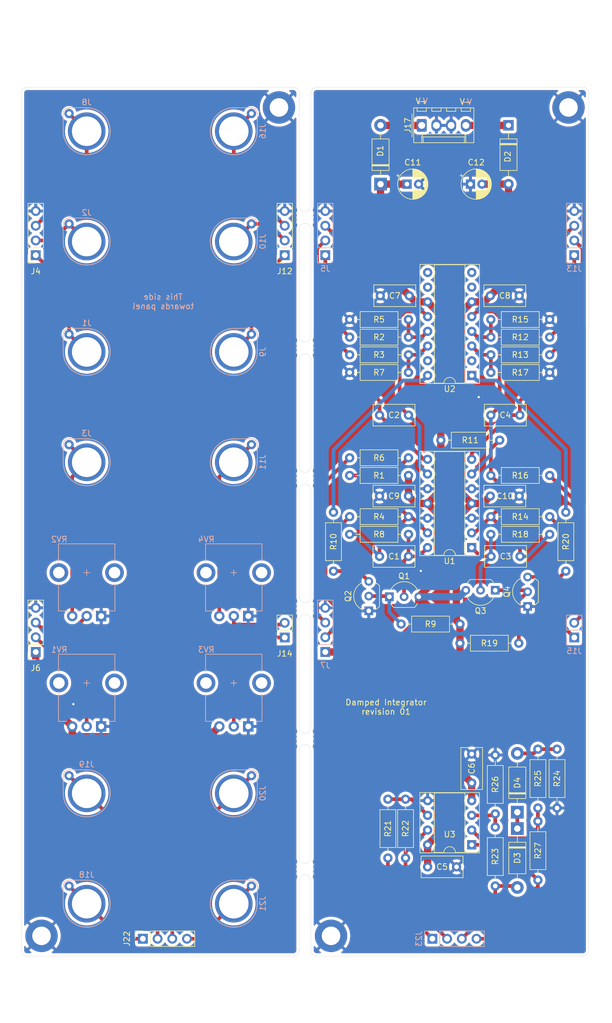
<source format=kicad_pcb>
(kicad_pcb (version 20211014) (generator pcbnew)
  (title_block (title "Damped Integrator and extras") (date "2022-06-17") (rev "r01") (comment 2 "creativecommons.org/licenses/by/4.0/") (comment 3 "License: CC BY 4.0") (comment 4 "Author: Guy John"))
  (layers (0 "F.Cu" signal) (31 "B.Cu" signal) (36 "B.SilkS" user "B.Silkscreen") (37 "F.SilkS" user "F.Silkscreen") (38 "B.Mask" user) (39 "F.Mask" user) (44 "Edge.Cuts" user))
  (net 0 "")
  (net 1 "Net-(C1-Pad1)")
  (net 2 "Net-(C1-Pad2)")
  (net 3 "Net-(C2-Pad1)")
  (net 4 "/I1_Output_Main")
  (net 5 "Net-(C3-Pad1)")
  (net 6 "Net-(C3-Pad2)")
  (net 7 "/I2_Output_Main")
  (net 8 "+12V")
  (net 9 "GND")
  (net 10 "-12V")
  (net 11 "Net-(D1-Pad2)")
  (net 12 "Net-(D2-Pad1)")
  (net 13 "Net-(D3-Pad1)")
  (net 14 "/Extras/NonLinearity_Input_Main")
  (net 15 "Net-(D4-Pad2)")
  (net 16 "/I1_InputNeg_Ctrl")
  (net 17 "/I1_InputPos_Ctrl")
  (net 18 "Net-(J3-Pad1)")
  (net 19 "/I1_Output_Ctrl")
  (net 20 "/I1_InputNeg_Main")
  (net 21 "/I1_InputPos_Main")
  (net 22 "/I1_Damping_Ctrl")
  (net 23 "/I1_DampingCV_Ctrl")
  (net 24 "/I1_Damping_Main")
  (net 25 "/I1_DampingCV_Main")
  (net 26 "/I2_InputNeg_Ctrl")
  (net 27 "/I2_InputPos_Ctrl")
  (net 28 "Net-(J11-Pad1)")
  (net 29 "/I2_Output_Ctrl")
  (net 30 "/I2_InputNeg_Main")
  (net 31 "/I2_InputPos_Main")
  (net 32 "/I2_Damping_Ctrl")
  (net 33 "/I2_DampingCV_Ctrl")
  (net 34 "/I2_Damping_Main")
  (net 35 "/I2_DampingCV_Main")
  (net 36 "/Extras/Inverter_Input_Ctrl")
  (net 37 "/Extras/Inverter_Output_Ctrl")
  (net 38 "/Extras/NonLinearity_Input_Ctrl")
  (net 39 "/Extras/NonLinearity_Output_Ctrl")
  (net 40 "/Extras/Inverter_Input_Main")
  (net 41 "/Extras/Inverter_Output_Main")
  (net 42 "/Extras/NonLinearity_Output_Main")
  (net 43 "Net-(Q1-Pad1)")
  (net 44 "Net-(Q2-Pad3)")
  (net 45 "Net-(Q3-Pad1)")
  (net 46 "Net-(Q4-Pad3)")
  (net 47 "Net-(R3-Pad2)")
  (net 48 "Net-(R10-Pad2)")
  (net 49 "Net-(R12-Pad2)")
  (net 50 "Net-(R13-Pad2)")
  (net 51 "Net-(R21-Pad2)")
  (net 52 "Net-(R23-Pad1)")
  (net 53 "Net-(R25-Pad2)")
  (net 60 "Net-(C4-Pad1)")
  (net 61 "Net-(R2-Pad2)")
  (net 62 "Net-(R20-Pad2)")
  (footprint "Rumblesan_Footprints:Resistor_THT_L6.3mm_D2.5mm_P10.16mm_Horizontal" (layer "F.Cu") (at 99.314 163.068 90)
    (fp_text reference "R21")
    (fp_text value "10k")
  )
  (footprint "Package_TO_SOT_THT:TO-92_Inline_Wide" (layer "F.Cu") (at 96.012 120.396 90)
    (fp_text reference "Q2")
    (fp_text value "2N3906")
  )
  (footprint "Package_TO_SOT_THT:TO-92_Inline_Wide" (layer "F.Cu") (at 117.856 116.84 180)
    (fp_text reference "Q3")
    (fp_text value "2N3904")
  )
  (footprint "Rumblesan_Footprints:C_Rect_L7.0mm_W3.5mm_P5.00mm" (layer "F.Cu") (at 106.172 164.592)
    (fp_text reference "C5")
    (fp_text value "100nF")
  )
  (footprint "Rumblesan_Footprints:Resistor_THT_L6.3mm_D2.5mm_P10.16mm_Horizontal" (layer "F.Cu") (at 102.362 152.908 -90)
    (fp_text reference "R22")
    (fp_text value "10k")
  )
  (footprint "Rumblesan_Footprints:Resistor_THT_L6.3mm_D2.5mm_P10.16mm_Horizontal" (layer "F.Cu") (at 108.458 90.932)
    (fp_text reference "R11")
    (fp_text value "270k")
  )
  (footprint "MountingHole:MountingHole_3.2mm_M3_DIN965_Pad" (layer "F.Cu") (at 89.5 176.5)
    (fp_text reference "H3" hide)
    (fp_text value "MountingHole_Pad" hide)
  )
  (footprint "MountingHole:MountingHole_3.2mm_M3_DIN965_Pad" (layer "F.Cu") (at 80.5 33.5)
    (fp_text reference "H2" hide)
    (fp_text value "MountingHole_Pad" hide)
  )
  (footprint "Rumblesan_Footprints:Resistor_THT_L6.3mm_D2.5mm_P10.16mm_Horizontal" (layer "F.Cu") (at 92.71 107.188)
    (fp_text reference "R8")
    (fp_text value "2k")
  )
  (footprint "Panelization:mouse-bite-2mm-slot" (layer "F.Cu") (at 85 97.5 90)
    (fp_text reference "H8" hide)
    (fp_text value "MouseBite" hide)
  )
  (footprint "Rumblesan_Footprints:DIP-16_W7.62mm_Socket" (layer "F.Cu") (at 113.8 79.766 180)
    (fp_text reference "U2")
    (fp_text value "LM13700")
  )
  (footprint "Connector_PinSocket_2.54mm:PinSocket_1x02_P2.54mm_Vertical" (layer "F.Cu") (at 81.5 125 180)
    (fp_text reference "J14")
    (fp_text value "I2_Damping_Ctrl")
  )
  (footprint "Rumblesan_Footprints:Resistor_THT_L6.3mm_D2.5mm_P10.16mm_Horizontal" (layer "F.Cu") (at 92.71 93.98)
    (fp_text reference "R6")
    (fp_text value "100k")
  )
  (footprint "Panelization:mouse-bite-2mm-slot" (layer "F.Cu") (at 85 75 90)
    (fp_text reference "H10" hide)
    (fp_text value "MouseBite" hide)
  )
  (footprint "Rumblesan_Footprints:C_Rect_L7.0mm_W3.5mm_P5.00mm" (layer "F.Cu") (at 122.134 110.998 180)
    (fp_text reference "C3")
    (fp_text value "100pF")
  )
  (footprint "Rumblesan_Footprints:Resistor_THT_L6.3mm_D2.5mm_P10.16mm_Horizontal" (layer "F.Cu") (at 121.92 125.984 180)
    (fp_text reference "R19")
    (fp_text value "100k")
  )
  (footprint "Rumblesan_Footprints:D_DO-41_SOD81_P10.16mm_Horizontal" (layer "F.Cu") (at 121.666 155.16 90)
    (fp_text reference "D4")
    (fp_text value "4v3")
  )
  (footprint "Rumblesan_Footprints:Resistor_THT_L6.3mm_D2.5mm_P10.16mm_Horizontal" (layer "F.Cu") (at 92.71 104.14)
    (fp_text reference "R4")
    (fp_text value "100k")
  )
  (footprint "Rumblesan_Footprints:Resistor_THT_L6.3mm_D2.5mm_P10.16mm_Horizontal" (layer "F.Cu") (at 89.916 113.538 90)
    (fp_text reference "R10")
    (fp_text value "10k")
  )
  (footprint "Rumblesan_Footprints:Resistor_THT_L6.3mm_D2.5mm_P10.16mm_Horizontal" (layer "F.Cu") (at 102.87 97.028 180)
    (fp_text reference "R1")
    (fp_text value "270k")
  )
  (footprint "Rumblesan_Footprints:Resistor_THT_L6.3mm_D2.5mm_P10.16mm_Horizontal" (layer "F.Cu") (at 127.254 104.14 180)
    (fp_text reference "R14")
    (fp_text value "100k")
  )
  (footprint "Panelization:mouse-bite-2mm-slot" (layer "F.Cu") (at 85 165 90)
    (fp_text reference "H6" hide)
    (fp_text value "MouseBite" hide)
  )
  (footprint "Rumblesan_Footprints:D_DO-41_SOD81_P10.16mm_Horizontal" (layer "F.Cu") (at 121.666 157.988 -90)
    (fp_text reference "D3")
    (fp_text value "4v3")
  )
  (footprint "Rumblesan_Footprints:Resistor_THT_L6.3mm_D2.5mm_P10.16mm_Horizontal" (layer "F.Cu") (at 127.254 107.188 180)
    (fp_text reference "R18")
    (fp_text value "2k")
  )
  (footprint "Rumblesan_Footprints:D_DO-41_SOD81_P10.16mm_Horizontal" (layer "F.Cu") (at 98.044 46.736 90)
    (fp_text reference "D1")
    (fp_text value "1N5818")
  )
  (footprint "Rumblesan_Footprints:Resistor_THT_L6.3mm_D2.5mm_P10.16mm_Horizontal" (layer "F.Cu") (at 127.254 70.104 180)
    (fp_text reference "R15")
    (fp_text value "220r")
  )
  (footprint "Rumblesan_Footprints:Resistor_THT_L6.3mm_D2.5mm_P10.16mm_Horizontal" (layer "F.Cu") (at 92.71 73.152)
    (fp_text reference "R2")
    (fp_text value "100k")
  )
  (footprint "Rumblesan_Footprints:C_Rect_L7.0mm_W3.5mm_P5.00mm" (layer "F.Cu") (at 122 100.584 180)
    (fp_text reference "C10")
    (fp_text value "100nF")
  )
  (footprint "Capacitor_THT:CP_Radial_D5.0mm_P2.00mm" (layer "F.Cu") (at 113.57 46.736)
    (fp_text reference "C12")
    (fp_text value "1uF")
  )
  (footprint "Panelization:mouse-bite-2mm-slot" (layer "F.Cu") (at 85 120 90)
    (fp_text reference "H7" hide)
    (fp_text value "MouseBite" hide)
  )
  (footprint "Rumblesan_Footprints:DIP-8_W7.62mm_Socket" (layer "F.Cu") (at 113.792 160.782 180)
    (fp_text reference "U3")
    (fp_text value "TL072")
  )
  (footprint "Rumblesan_Footprints:Resistor_THT_L6.3mm_D2.5mm_P10.16mm_Horizontal" (layer "F.Cu") (at 92.71 70.104)
    (fp_text reference "R5")
    (fp_text value "220r")
  )
  (footprint "Connector_PinSocket_2.54mm:PinSocket_1x04_P2.54mm_Vertical" (layer "F.Cu") (at 57 177 90)
    (fp_text reference "J22")
    (fp_text value "Extras_Ctrl")
  )
  (footprint "Panelization:mouse-bite-2mm-slot" (layer "F.Cu") (at 85 142.5 90)
    (fp_text reference "H5" hide)
    (fp_text value "MouseBite" hide)
  )
  (footprint "Rumblesan_Footprints:Resistor_THT_L6.3mm_D2.5mm_P10.16mm_Horizontal" (layer "F.Cu") (at 127.254 73.152 180)
    (fp_text reference "R12")
    (fp_text value "100k")
  )
  (footprint "Rumblesan_Footprints:C_Rect_L7.0mm_W3.5mm_P5.00mm" (layer "F.Cu") (at 102.87 100.584 180)
    (fp_text reference "C9")
    (fp_text value "100nF")
  )
  (footprint "Rumblesan_Footprints:C_Rect_L7.0mm_W3.5mm_P5.00mm" (layer "F.Cu") (at 122 66 180)
    (fp_text reference "C8")
    (fp_text value "100nF")
  )
  (footprint "Connector_PinSocket_2.54mm:PinSocket_1x04_P2.54mm_Vertical" (layer "F.Cu") (at 81.5 59 180)
    (fp_text reference "J12")
    (fp_text value "I2_IO_Ctrl")
  )
  (footprint "Rumblesan_Footprints:Resistor_THT_L6.3mm_D2.5mm_P10.16mm_Horizontal" (layer "F.Cu") (at 92.71 79.248)
    (fp_text reference "R7")
    (fp_text value "220r")
  )
  (footprint "Rumblesan_Footprints:4u_Power_Molex_KK-254_P2.54mm" (layer "F.Cu") (at 105.156 36.596)
    (fp_text reference "J17")
    (fp_text value "4U_Power")
  )
  (footprint "Rumblesan_Footprints:Resistor_THT_L6.3mm_D2.5mm_P10.16mm_Horizontal" (layer "F.Cu") (at 127.254 79.248 180)
    (fp_text reference "R17")
    (fp_text value "220r")
  )
  (footprint "Package_TO_SOT_THT:TO-92_Inline_Wide" (layer "F.Cu") (at 123.444 119.634 90)
    (fp_text reference "Q4")
    (fp_text value "2N3906")
  )
  (footprint "Rumblesan_Footprints:Resistor_THT_L6.3mm_D2.5mm_P10.16mm_Horizontal" (layer "F.Cu") (at 117.856 157.734 -90)
    (fp_text reference "R23")
    (fp_text value "390k")
  )
  (footprint "Rumblesan_Footprints:Resistor_THT_L6.3mm_D2.5mm_P10.16mm_Horizontal" (layer "F.Cu") (at 127.254 76.2 180)
    (fp_text reference "R13")
    (fp_text value "100k")
  )
  (footprint "MountingHole:MountingHole_3.2mm_M3_DIN965_Pad" (layer "F.Cu") (at 130.5 33.5)
    (fp_text reference "H4" hide)
    (fp_text value "MountingHole_Pad" hide)
  )
  (footprint "Rumblesan_Footprints:C_Rect_L7.0mm_W3.5mm_P5.00mm" (layer "F.Cu") (at 103 66 180)
    (fp_text reference "C7")
    (fp_text value "100nF")
  )
  (footprint "Rumblesan_Footprints:Resistor_THT_L6.3mm_D2.5mm_P10.16mm_Horizontal" (layer "F.Cu") (at 130.048 113.538 90)
    (fp_text reference "R20")
    (fp_text value "10k")
  )
  (footprint "Rumblesan_Footprints:C_Rect_L7.0mm_W3.5mm_P5.00mm" (layer "F.Cu") (at 102.87 86.614 180)
    (fp_text reference "C2")
    (fp_text value "1nF")
  )
  (footprint "Rumblesan_Footprints:Resistor_THT_L6.3mm_D2.5mm_P10.16mm_Horizontal" (layer "F.Cu") (at 117.856 155.448 90)
    (fp_text reference "R26")
    (fp_text value "100k")
  )
  (footprint "Connector_PinSocket_2.54mm:PinSocket_1x04_P2.54mm_Vertical" (layer "F.Cu") (at 38.5 59 180)
    (fp_text reference "J4")
    (fp_text value "I1_IO_Ctrl")
  )
  (footprint "Rumblesan_Footprints:C_Rect_L7.0mm_W3.5mm_P5.00mm" (layer "F.Cu") (at 113.792 145.114 -90)
    (fp_text reference "C6")
    (fp_text value "100nF")
  )
  (footprint "MountingHole:MountingHole_3.2mm_M3_DIN965_Pad" (layer "F.Cu") (at 39.5 176.5)
    (fp_text reference "H1" hide)
    (fp_text value "MountingHole_Pad" hide)
  )
  (footprint "Rumblesan_Footprints:Resistor_THT_L6.3mm_D2.5mm_P10.16mm_Horizontal" (layer "F.Cu") (at 92.71 76.2)
    (fp_text reference "R3")
    (fp_text value "100k")
  )
  (footprint "Rumblesan_Footprints:Resistor_THT_L6.3mm_D2.5mm_P10.16mm_Horizontal" (layer "F.Cu") (at 128.524 144.272 -90)
    (fp_text reference "R24")
    (fp_text value "2k2")
  )
  (footprint "Rumblesan_Footprints:Resistor_THT_L6.3mm_D2.5mm_P10.16mm_Horizontal" (layer "F.Cu") (at 101.6 122.682)
    (fp_text reference "R9")
    (fp_text value "100k")
  )
  (footprint "Rumblesan_Footprints:Resistor_THT_L6.3mm_D2.5mm_P10.16mm_Horizontal" (layer "F.Cu") (at 125.222 156.718 -90)
    (fp_text reference "R27")
    (fp_text value "100k")
  )
  (footprint "Rumblesan_Footprints:Resistor_THT_L6.3mm_D2.5mm_P10.16mm_Horizontal" (layer "F.Cu") (at 127.254 97.028 180)
    (fp_text reference "R16")
    (fp_text value "100k")
  )
  (footprint "Capacitor_THT:CP_Radial_D5.0mm_P2.00mm" (layer "F.Cu") (at 102.616 46.736)
    (fp_text reference "C11")
    (fp_text value "1uF")
  )
  (footprint "Panelization:mouse-bite-2mm-slot" (layer "F.Cu") (at 85 52.5 90)
    (fp_text reference "H9" hide)
    (fp_text value "MouseBite" hide)
  )
  (footprint "Rumblesan_Footprints:Diode_THT_P10.16mm_Horizontal" (layer "F.Cu") (at 120.142 36.576 -90)
    (fp_text reference "D2")
    (fp_text value "1N5818")
  )
  (footprint "Rumblesan_Footprints:C_Rect_L7.0mm_W3.5mm_P5.00mm" (layer "F.Cu") (at 117.094 86.614)
    (fp_text reference "C4")
    (fp_text value "1nF")
  )
  (footprint "Rumblesan_Footprints:C_Rect_L7.0mm_W3.5mm_P5.00mm" (layer "F.Cu") (at 97.87 110.998)
    (fp_text reference "C1")
    (fp_text value "100pF")
  )
  (footprint "Package_TO_SOT_THT:TO-92_Inline_Wide" (layer "F.Cu") (at 99.568 117.962)
    (fp_text reference "Q1")
    (fp_text value "2N3904")
  )
  (footprint "Rumblesan_Footprints:DIP-14_W7.62mm_Socket" (layer "F.Cu") (at 113.782 109.479 180)
    (fp_text reference "U1")
    (fp_text value "TL074")
  )
  (footprint "Rumblesan_Footprints:Resistor_THT_L6.3mm_D2.5mm_P10.16mm_Horizontal" (layer "F.Cu") (at 125.222 144.272 -90)
    (fp_text reference "R25")
    (fp_text value "27k")
  )
  (footprint "Connector_PinSocket_2.54mm:PinSocket_1x04_P2.54mm_Vertical" (layer "F.Cu") (at 38.5 127.5 180)
    (fp_text reference "J6")
    (fp_text value "I1_Damping_Ctrl")
  )
  (footprint "Rumblesan_Footprints:Potentiometer_Alpha_RD901F-40-00D_Single_Vertical_CircularHoles" (layer "B.Cu") (at 72.7 132.85 180)
    (fp_text reference "RV3")
    (fp_text value "100k")
  )
  (footprint "Connector_PinHeader_2.54mm:PinHeader_1x04_P2.54mm_Vertical" (layer "B.Cu") (at 131.5 59)
    (fp_text reference "J13")
    (fp_text value "I2_IO_Main")
  )
  (footprint "Rumblesan_Footprints:BananaJack_THT_JohnsonCinch_108-09" (layer "B.Cu") (at 72.7 151.9 90)
    (fp_text reference "J20")
    (fp_text value "BananaJack_PanelMount" hide)
  )
  (footprint "Rumblesan_Footprints:BananaJack_THT_JohnsonCinch_108-09" (layer "B.Cu") (at 47.3 151.9 180)
    (fp_text reference "J19")
    (fp_text value "BananaJack_PanelMount" hide)
  )
  (footprint "Rumblesan_Footprints:BananaJack_THT_JohnsonCinch_108-09" (layer "B.Cu") (at 72.7 56.65 90)
    (fp_text reference "J10")
    (fp_text value "BananaJack_PanelMount" hide)
  )
  (footprint "Rumblesan_Footprints:BananaJack_THT_JohnsonCinch_108-09" (layer "B.Cu") (at 72.7 37.6 90)
    (fp_text reference "J16")
    (fp_text value "BananaJack_PanelMount" hide)
  )
  (footprint "Rumblesan_Footprints:BananaJack_THT_JohnsonCinch_108-09" (layer "B.Cu") (at 47.3 56.65 180)
    (fp_text reference "J2")
    (fp_text value "BananaJack_PanelMount" hide)
  )
  (footprint "Rumblesan_Footprints:BananaJack_THT_JohnsonCinch_108-09" (layer "B.Cu") (at 47.3 170.95 180)
    (fp_text reference "J18")
    (fp_text value "BananaJack_PanelMount" hide)
  )
  (footprint "Rumblesan_Footprints:BananaJack_THT_JohnsonCinch_108-09" (layer "B.Cu") (at 72.7 75.7 90)
    (fp_text reference "J9")
    (fp_text value "BananaJack_PanelMount" hide)
  )
  (footprint "Rumblesan_Footprints:Potentiometer_Alpha_RD901F-40-00D_Single_Vertical_CircularHoles" (layer "B.Cu") (at 47.3 132.85 180)
    (fp_text reference "RV1")
    (fp_text value "100k")
  )
  (footprint "Rumblesan_Footprints:BananaJack_THT_JohnsonCinch_108-09" (layer "B.Cu") (at 47.3 37.6 180)
    (fp_text reference "J8")
    (fp_text value "BananaJack_PanelMount" hide)
  )
  (footprint "Connector_PinHeader_2.54mm:PinHeader_1x04_P2.54mm_Vertical" (layer "B.Cu") (at 88.5 127.5)
    (fp_text reference "J7")
    (fp_text value "I1_Damping_Main")
  )
  (footprint "Rumblesan_Footprints:BananaJack_THT_JohnsonCinch_108-09" (layer "B.Cu") (at 47.3 94.75 180)
    (fp_text reference "J3")
    (fp_text value "BananaJack_PanelMount" hide)
  )
  (footprint "Rumblesan_Footprints:Potentiometer_Alpha_RD901F-40-00D_Single_Vertical_CircularHoles" (layer "B.Cu") (at 72.7 113.8 180)
    (fp_text reference "RV4")
    (fp_text value "100k")
  )
  (footprint "Connector_PinHeader_2.54mm:PinHeader_1x04_P2.54mm_Vertical" (layer "B.Cu") (at 88.5 59)
    (fp_text reference "J5")
    (fp_text value "I1_IO_Main")
  )
  (footprint "Rumblesan_Footprints:BananaJack_THT_JohnsonCinch_108-09" (layer "B.Cu") (at 47.3 75.7 180)
    (fp_text reference "J1")
    (fp_text value "BananaJack_PanelMount" hide)
  )
  (footprint "Rumblesan_Footprints:BananaJack_THT_JohnsonCinch_108-09" (layer "B.Cu") (at 72.7 170.95 90)
    (fp_text reference "J21")
    (fp_text value "BananaJack_PanelMount" hide)
  )
  (footprint "Connector_PinHeader_2.54mm:PinHeader_1x04_P2.54mm_Vertical" (layer "B.Cu") (at 107 177 -90)
    (fp_text reference "J23")
    (fp_text value "Extras_Main")
  )
  (footprint "Rumblesan_Footprints:BananaJack_THT_JohnsonCinch_108-09" (layer "B.Cu") (at 72.7 94.75 90)
    (fp_text reference "J11")
    (fp_text value "BananaJack_PanelMount" hide)
  )
  (footprint "Rumblesan_Footprints:Potentiometer_Alpha_RD901F-40-00D_Single_Vertical_CircularHoles" (layer "B.Cu") (at 47.3 113.8 180)
    (fp_text reference "RV2")
    (fp_text value "100k")
  )
  (footprint "Connector_PinHeader_2.54mm:PinHeader_1x02_P2.54mm_Vertical" (layer "B.Cu") (at 131.5 125)
    (fp_text reference "J15")
    (fp_text value "I2_Damping_Main")
  )
  (gr_arc (start 84 54.5) (mid 85 53.5) (end 86 54.5) (layer "Edge.Cuts") (width 0.05))
  (gr_arc (start 86 73) (mid 85 74) (end 84 73) (layer "Edge.Cuts") (width 0.05))
  (gr_line (start 86 50.5) (end 86 31) (layer "Edge.Cuts") (width 0.05))
  (gr_arc (start 86 118) (mid 85 119) (end 84 118) (layer "Edge.Cuts") (width 0.05))
  (gr_line (start 86 118) (end 86 99.5) (layer "Edge.Cuts") (width 0.05))
  (gr_arc (start 86 95.5) (mid 85 96.5) (end 84 95.5) (layer "Edge.Cuts") (width 0.05))
  (gr_arc (start 87 180) (mid 86.292893 179.707107) (end 86 179) (layer "Edge.Cuts") (width 0.05))
  (gr_line (start 133 180) (end 87 180) (layer "Edge.Cuts") (width 0.05))
  (gr_line (start 84 31) (end 84 50.5) (layer "Edge.Cuts") (width 0.05))
  (gr_arc (start 83 30) (mid 83.707107 30.292893) (end 84 31) (layer "Edge.Cuts") (width 0.05))
  (gr_arc (start 86 140.5) (mid 85 141.5) (end 84 140.5) (layer "Edge.Cuts") (width 0.05))
  (gr_arc (start 86 31) (mid 86.292893 30.292893) (end 87 30) (layer "Edge.Cuts") (width 0.05))
  (gr_arc (start 134 179) (mid 133.707107 179.707107) (end 133 180) (layer "Edge.Cuts") (width 0.05))
  (gr_arc (start 84 99.5) (mid 85 98.5) (end 86 99.5) (layer "Edge.Cuts") (width 0.05))
  (gr_arc (start 84 179) (mid 83.707107 179.707107) (end 83 180) (layer "Edge.Cuts") (width 0.05))
  (gr_arc (start 84 167) (mid 85 166) (end 86 167) (layer "Edge.Cuts") (width 0.05))
  (gr_arc (start 84 144.5) (mid 85 143.5) (end 86 144.5) (layer "Edge.Cuts") (width 0.05))
  (gr_line (start 87 30) (end 133 30) (layer "Edge.Cuts") (width 0.05))
  (gr_line (start 84 122) (end 84 140.5) (layer "Edge.Cuts") (width 0.05))
  (gr_arc (start 36 31) (mid 36.292893 30.292893) (end 37 30) (layer "Edge.Cuts") (width 0.05))
  (gr_line (start 86 179) (end 86 167) (layer "Edge.Cuts") (width 0.05))
  (gr_line (start 134 31) (end 134 179) (layer "Edge.Cuts") (width 0.05))
  (gr_line (start 36 179) (end 36 31) (layer "Edge.Cuts") (width 0.05))
  (gr_arc (start 86 50.5) (mid 85 51.5) (end 84 50.5) (layer "Edge.Cuts") (width 0.05))
  (gr_arc (start 86 163) (mid 85 164) (end 84 163) (layer "Edge.Cuts") (width 0.05))
  (gr_line (start 86 95.5) (end 86 77) (layer "Edge.Cuts") (width 0.05))
  (gr_line (start 86 73) (end 86 54.5) (layer "Edge.Cuts") (width 0.05))
  (gr_line (start 84 99.5) (end 84 118) (layer "Edge.Cuts") (width 0.05))
  (gr_line (start 37 30) (end 83 30) (layer "Edge.Cuts") (width 0.05))
  (gr_line (start 84 77) (end 84 95.5) (layer "Edge.Cuts") (width 0.05))
  (gr_arc (start 84 122) (mid 85 121) (end 86 122) (layer "Edge.Cuts") (width 0.05))
  (gr_line (start 84 144.5) (end 84 163) (layer "Edge.Cuts") (width 0.05))
  (gr_arc (start 84 77) (mid 85 76) (end 86 77) (layer "Edge.Cuts") (width 0.05))
  (gr_line (start 84 54.5) (end 84 73) (layer "Edge.Cuts") (width 0.05))
  (gr_line (start 84 167) (end 84 179) (layer "Edge.Cuts") (width 0.05))
  (gr_arc (start 133 30) (mid 133.707107 30.292893) (end 134 31) (layer "Edge.Cuts") (width 0.05))
  (gr_line (start 86 140.5) (end 86 122) (layer "Edge.Cuts") (width 0.05))
  (gr_line (start 86 163) (end 86 144.5) (layer "Edge.Cuts") (width 0.05))
  (gr_line (start 83 180) (end 37 180) (layer "Edge.Cuts") (width 0.05))
  (gr_arc (start 37 180) (mid 36.292893 179.707107) (end 36 179) (layer "Edge.Cuts") (width 0.05))
  (gr_text "This side\ntowards panel" (at 60.5 67) (layer "B.SilkS") (effects (font (size 1 1)) (justify mirror)))
  (gr_text "Damped Integrator\nrevision 01" (at 99 137) (layer "F.SilkS") (effects (font (size 1 1))))
  (segment (start 100.838 102.108) (end 100.838 96.012) (width 0.635) (layer "F.Cu") (net 1))
  (segment (start 102.87 104.14) (end 103.363 104.14) (width 0.635) (layer "F.Cu") (net 1))
  (segment (start 100.838 96.012) (end 102.87 93.98) (width 0.635) (layer "F.Cu") (net 1))
  (segment (start 102.87 104.14) (end 100.838 102.108) (width 0.635) (layer "F.Cu") (net 1))
  (segment (start 92.71 97.028) (end 99.822 97.028) (width 0.635) (layer "F.Cu") (net 1))
  (segment (start 99.822 97.028) (end 102.87 93.98) (width 0.635) (layer "F.Cu") (net 1))
  (segment (start 103.363 104.14) (end 106.162 106.939) (width 0.635) (layer "F.Cu") (net 1))
  (segment (start 97.87 109.14) (end 102.87 104.14) (width 0.635) (layer "F.Cu") (net 1))
  (segment (start 97.87 110.998) (end 97.87 109.14) (width 0.635) (layer "F.Cu") (net 1))
  (segment (start 94.06 107.188) (end 97.87 110.998) (width 0.635) (layer "B.Cu") (net 1))
  (segment (start 92.71 107.188) (end 94.06 107.188) (width 0.635) (layer "B.Cu") (net 1))
  (segment (start 102.87 110.998) (end 104.643 110.998) (width 0.635) (layer "F.Cu") (net 2))
  (segment (start 102.87 107.188) (end 102.87 110.998) (width 0.635) (layer "F.Cu") (net 2))
  (segment (start 102.108 111.76) (end 102.87 110.998) (width 0.635) (layer "F.Cu") (net 2))
  (segment (start 102.108 117.962) (end 102.108 111.76) (width 0.635) (layer "F.Cu") (net 2))
  (segment (start 104.643 110.998) (end 106.162 109.479) (width 0.635) (layer "F.Cu") (net 2))
  (segment (start 106.18 69.606) (end 105.306989 68.732989) (width 0.635) (layer "F.Cu") (net 3))
  (segment (start 105.306989 68.732989) (end 102.302108 68.732989) (width 0.635) (layer "F.Cu") (net 3))
  (segment (start 102.302108 68.732989) (end 101.346 69.689097) (width 0.635) (layer "F.Cu") (net 3))
  (segment (start 101.346 69.689097) (end 101.346 85.09) (width 0.635) (layer "F.Cu") (net 3))
  (segment (start 101.346 85.09) (end 102.87 86.614) (width 0.635) (layer "F.Cu") (net 3))
  (segment (start 104.790989 95.407989) (end 106.162 96.779) (width 0.635) (layer "B.Cu") (net 3))
  (segment (start 102.87 86.614) (end 104.790989 88.534989) (width 0.635) (layer "B.Cu") (net 3))
  (segment (start 104.790989 88.534989) (end 104.790989 95.407989) (width 0.635) (layer "B.Cu") (net 3))
  (segment (start 97.87 84.154) (end 97.87 86.614) (width 0.635) (layer "F.Cu") (net 4))
  (segment (start 105.495 94.239) (end 106.162 94.239) (width 0.635) (layer "F.Cu") (net 4))
  (segment (start 97.87 86.614) (end 105.495 94.239) (width 0.635) (layer "F.Cu") (net 4))
  (segment (start 88.5 53.92) (end 94.996 60.416) (width 0.635) (layer "F.Cu") (net 4))
  (segment (start 94.996 81.28) (end 97.87 84.154) (width 0.635) (layer "F.Cu") (net 4))
  (segment (start 94.996 60.416) (end 94.996 81.28) (width 0.635) (layer "F.Cu") (net 4))
  (segment (start 117.094 97.028) (end 117.094 92.456) (width 0.635) (layer "F.Cu") (net 5))
  (segment (start 117.094 104.14) (end 122.134 109.18) (width 0.635) (layer "F.Cu") (net 5))
  (segment (start 117.094 92.456) (end 118.618 90.932) (width 0.635) (layer "F.Cu") (net 5))
  (segment (start 114.295 106.939) (end 117.094 104.14) (width 0.635) (layer "F.Cu") (net 5))
  (segment (start 113.782 106.939) (end 114.295 106.939) (width 0.635) (layer "F.Cu") (net 5))
  (segment (start 118.872 98.806) (end 118.872 102.362) (width 0.635) (layer "F.Cu") (net 5))
  (segment (start 122.134 109.18) (end 122.134 110.998) (width 0.635) (layer "F.Cu") (net 5))
  (segment (start 117.094 97.028) (end 118.872 98.806) (width 0.635) (layer "F.Cu") (net 5))
  (segment (start 118.872 102.362) (end 117.094 104.14) (width 0.635) (layer "F.Cu") (net 5))
  (segment (start 123.444 110.998) (end 127.254 107.188) (width 0.635) (layer "B.Cu") (net 5))
  (segment (start 122.134 110.998) (end 123.444 110.998) (width 0.635) (layer "B.Cu") (net 5))
  (segment (start 115.301 110.998) (end 113.782 109.479) (width 0.635) (layer "F.Cu") (net 6))
  (segment (start 117.134 110.998) (end 115.301 110.998) (width 0.635) (layer "F.Cu") (net 6))
  (segment (start 117.094 107.188) (end 117.094 110.958) (width 0.635) (layer "B.Cu") (net 6))
  (segment (start 115.316 112.816) (end 117.134 110.998) (width 0.635) (layer "B.Cu") (net 6))
  (segment (start 115.316 116.84) (end 115.316 112.816) (width 0.635) (layer "B.Cu") (net 6))
  (segment (start 131.5 53.92) (end 124.714 60.706) (width 0.635) (layer "F.Cu") (net 7))
  (segment (start 120.396 86.614) (end 122.094 86.614) (width 0.635) (layer "F.Cu") (net 7))
  (segment (start 124.714 60.706) (end 124.714 81.534) (width 0.635) (layer "F.Cu") (net 7))
  (segment (start 124.714 81.534) (end 122.094 84.154) (width 0.635) (layer "F.Cu") (net 7))
  (segment (start 113.782 94.239) (end 113.782 93.228) (width 0.635) (layer "F.Cu") (net 7))
  (segment (start 122.094 84.154) (end 122.094 86.614) (width 0.635) (layer "F.Cu") (net 7))
  (segment (start 113.782 93.228) (end 120.396 86.614) (width 0.635) (layer "F.Cu") (net 7))
  (segment (start 45.315719 142.138511) (end 68.411489 142.138511) (width 1.27) (layer "F.Cu") (net 8))
  (segment (start 106.162 101.859) (end 107.850511 103.547511) (width 1.27) (layer "F.Cu") (net 8))
  (segment (start 44.8 140.35) (end 44.8 141.622792) (width 1.27) (layer "F.Cu") (net 8))
  (segment (start 107.850511 114.759489) (end 104.648 117.962) (width 1.27) (layer "F.Cu") (net 8))
  (segment (start 107.860511 121.174511) (end 107.860511 159.093489) (width 1.27) (layer "F.Cu") (net 8))
  (segment (start 68.411489 142.138511) (end 70.2 140.35) (width 1.27) (layer "F.Cu") (net 8))
  (segment (start 108.458 90.932) (end 108.458 69.344) (width 1.27) (layer "F.Cu") (net 8))
  (segment (start 107.860511 159.093489) (end 106.172 160.782) (width 1.27) (layer "F.Cu") (net 8))
  (segment (start 104.648 117.962) (end 104.648 122.021916) (width 1.27) (layer "F.Cu") (net 8))
  (segment (start 106.172 160.782) (end 106.172 164.592) (width 1.27) (layer "F.Cu") (net 8))
  (segment (start 104.066 67.066) (end 103 66) (width 1.27) (layer "F.Cu") (net 8))
  (segment (start 102.87 97.028) (end 102.87 100.584) (width 1.27) (layer "F.Cu") (net 8))
  (segment (start 98.044 46.736) (end 98.044 61.044) (width 1.27) (layer "F.Cu") (net 8))
  (segment (start 38.5 127.5) (end 38.5 134.05) (width 1.27) (layer "F.Cu") (net 8))
  (segment (start 107.850511 103.547511) (end 107.850511 114.759489) (width 1.27) (layer "F.Cu") (net 8))
  (segment (start 104.648 117.962) (end 107.860511 121.174511) (width 1.27) (layer "F.Cu") (net 8))
  (segment (start 108.458 69.344) (end 106.18 67.066) (width 1.27) (layer "F.Cu") (net 8))
  (segment (start 106.18 67.066) (end 104.066 67.066) (width 1.27) (layer "F.Cu") (net 8))
  (segment (start 104.145 101.859) (end 102.87 100.584) (width 1.27) (layer "F.Cu") (net 8))
  (segment (start 99.169916 127.5) (end 88.5 127.5) (width 1.27) (layer "F.Cu") (net 8))
  (segment (start 44.8 141.622792) (end 45.315719 142.138511) (width 1.27) (layer "F.Cu") (net 8))
  (segment (start 108.458 99.563) (end 106.162 101.859) (width 1.27) (layer "F.Cu") (net 8))
  (segment (start 106.162 101.859) (end 104.145 101.859) (width 1.27) (layer "F.Cu") (net 8))
  (segment (start 104.648 122.021916) (end 99.169916 127.5) (width 1.27) (layer "F.Cu") (net 8))
  (segment (start 98.044 61.044) (end 103 66) (width 1.27) (layer "F.Cu") (net 8))
  (segment (start 108.458 90.932) (end 108.458 99.563) (width 1.27) (layer "F.Cu") (net 8))
  (segment (start 98.044 46.736) (end 102.616 46.736) (width 1.27) (layer "F.Cu") (net 8))
  (segment (start 38.5 134.05) (end 44.8 140.35) (width 1.27) (layer "F.Cu") (net 8))
  (segment (start 104.648 117.962) (end 111.654 117.962) (width 1.27) (layer "B.Cu") (net 8))
  (segment (start 111.654 117.962) (end 112.776 116.84) (width 1.27) (layer "B.Cu") (net 8))
  (via (at 105 113.5) (size 0.762) (drill 0.381) (layers "F.Cu" "B.Cu") (net 9))
  (via (at 45 136.5) (size 0.762) (drill 0.381) (layers "F.Cu" "B.Cu") (net 9))
  (via (at 115 83.5) (size 0.762) (drill 0.381) (layers "F.Cu" "B.Cu") (net 9))
  (segment (start 112.093489 68.772511) (end 112.093489 100.170489) (width 1.27) (layer "F.Cu") (net 10))
  (segment (start 120.142 46.736) (end 120.142 62.858) (width 1.27) (layer "F.Cu") (net 10))
  (segment (start 115.934 67.066) (end 117 66) (width 1.27) (layer "F.Cu") (net 10))
  (segment (start 120.142 62.858) (end 117 66) (width 1.27) (layer "F.Cu") (net 10))
  (segment (start 111.76 148.082) (end 113.792 150.114) (width 1.27) (layer "F.Cu") (net 10))
  (segment (start 115.57 46.736) (end 120.142 46.736) (width 1.27) (layer "F.Cu") (net 10))
  (segment (start 111.76 122.682) (end 111.76 125.984) (width 1.27) (layer "F.Cu") (net 10))
  (segment (start 111.137489 104.503511) (end 111.137489 122.059489) (width 1.27) (layer "F.Cu") (net 10))
  (segment (start 113.8 67.066) (end 112.093489 68.772511) (width 1.27) (layer "F.Cu") (net 10))
  (segment (start 112.093489 100.170489) (end 113.782 101.859) (width 1.27) (layer "F.Cu") (net 10))
  (segment (start 113.782 101.859) (end 111.137489 104.503511) (width 1.27) (layer "F.Cu") (net 10))
  (segment (start 111.76 125.984) (end 111.76 148.082) (width 1.27) (layer "F.Cu") (net 10))
  (segment (start 113.792 150.114) (end 113.792 153.162) (width 1.27) (layer "F.Cu") (net 10))
  (segment (start 111.137489 122.059489) (end 111.76 122.682) (width 1.27) (layer "F.Cu") (net 10))
  (segment (start 113.782 101.859) (end 115.725 101.859) (width 1.27) (layer "F.Cu") (net 10))
  (segment (start 113.8 67.066) (end 115.934 67.066) (width 1.27) (layer "F.Cu") (net 10))
  (segment (start 115.725 101.859) (end 117 100.584) (width 1.27) (layer "F.Cu") (net 10))
  (segment (start 105.156 36.596) (end 98.064 36.596) (width 1.27) (layer "F.Cu") (net 11))
  (segment (start 98.064 36.596) (end 98.044 36.576) (width 1.27) (layer "F.Cu") (net 11))
  (segment (start 112.776 36.596) (end 120.122 36.596) (width 1.27) (layer "F.Cu") (net 12))
  (segment (start 120.122 36.596) (end 120.142 36.576) (width 1.27) (layer "F.Cu") (net 12))
  (segment (start 121.666 155.16) (end 121.666 157.988) (width 0.635) (layer "F.Cu") (net 13))
  (segment (start 117.856 167.894) (end 117.856 171.224) (width 0.635) (layer "F.Cu") (net 14))
  (segment (start 117.856 167.894) (end 121.412 167.894) (width 0.635) (layer "F.Cu") (net 14))
  (segment (start 121.412 167.894) (end 121.666 168.148) (width 0.635) (layer "F.Cu") (net 14))
  (segment (start 117.856 171.224) (end 112.08 177) (width 0.635) (layer "F.Cu") (net 14))
  (segment (start 121.666 145) (end 124.494 145) (width 0.635) (layer "F.Cu") (net 15))
  (segment (start 124.494 145) (end 125.222 144.272) (width 0.635) (layer "F.Cu") (net 15))
  (segment (start 125.222 144.272) (end 128.524 144.272) (width 0.635) (layer "F.Cu") (net 15))
  (segment (start 44.252 64.752) (end 38.5 59) (width 0.635) (layer "F.Cu") (net 16))
  (segment (start 47.3 75.7) (end 44.252 72.652) (width 0.635) (layer "F.Cu") (net 16))
  (segment (start 44.252 72.652) (end 44.252 64.752) (width 0.635) (layer "F.Cu") (net 16))
  (segment (start 38.5 56.46) (end 41.394 56.46) (width 0.635) (layer "F.Cu") (net 17))
  (segment (start 44.252 53.602) (end 47.3 56.65) (width 0.635) (layer "F.Cu") (net 17))
  (segment (start 41.394 56.46) (end 44.252 53.602) (width 0.635) (layer "F.Cu") (net 17))
  (segment (start 44.8 97.25) (end 47.3 94.75) (width 0.635) (layer "F.Cu") (net 18))
  (segment (start 44.8 121.3) (end 44.8 97.25) (width 0.635) (layer "F.Cu") (net 18))
  (segment (start 44.252 91.702) (end 47.3 94.75) (width 0.635) (layer "F.Cu") (net 18))
  (segment (start 47.3 45.12) (end 38.5 53.92) (width 0.635) (layer "F.Cu") (net 19))
  (segment (start 47.3 37.6) (end 47.3 45.12) (width 0.635) (layer "F.Cu") (net 19))
  (segment (start 44.252 34.552) (end 47.3 37.6) (width 0.635) (layer "F.Cu") (net 19))
  (segment (start 88.5 68.942) (end 92.71 73.152) (width 0.635) (layer "F.Cu") (net 20))
  (segment (start 88.5 59) (end 88.5 68.942) (width 0.635) (layer "F.Cu") (net 20))
  (segment (start 87.078989 70.568989) (end 92.71 76.2) (width 0.635) (layer "F.Cu") (net 21))
  (segment (start 87.078989 57.881011) (end 87.078989 70.568989) (width 0.635) (layer "F.Cu") (net 21))
  (segment (start 88.5 56.46) (end 87.078989 57.881011) (width 0.635) (layer "F.Cu") (net 21))
  (segment (start 47.3 133.76) (end 47.3 140.35) (width 0.635) (layer "F.Cu") (net 22))
  (segment (start 38.5 124.96) (end 47.3 133.76) (width 0.635) (layer "F.Cu") (net 22))
  (segment (start 38.5 122.42) (end 39.35 123.27) (width 0.635) (layer "F.Cu") (net 23))
  (segment (start 39.35 123.27) (end 45.33 123.27) (width 0.635) (layer "F.Cu") (net 23))
  (segment (start 45.33 123.27) (end 47.3 121.3) (width 0.635) (layer "F.Cu") (net 23))
  (segment (start 92.71 104.14) (end 88.544989 108.305011) (width 0.635) (layer "F.Cu") (net 24))
  (segment (start 88.544989 108.305011) (end 88.544989 117.915375) (width 0.635) (layer "F.Cu") (net 24))
  (segment (start 88.544989 117.915375) (end 90.17 119.540386) (width 0.635) (layer "F.Cu") (net 24))
  (segment (start 90.17 123.29) (end 88.5 124.96) (width 0.635) (layer "F.Cu") (net 24))
  (segment (start 90.17 119.540386) (end 90.17 123.29) (width 0.635) (layer "F.Cu") (net 24))
  (segment (start 87.078989 99.611011) (end 87.078989 120.998989) (width 0.635) (layer "F.Cu") (net 25))
  (segment (start 87.078989 120.998989) (end 88.5 122.42) (width 0.635) (layer "F.Cu") (net 25))
  (segment (start 92.71 93.98) (end 87.078989 99.611011) (width 0.635) (layer "F.Cu") (net 25))
  (segment (start 75.748 64.752) (end 81.5 59) (width 0.635) (layer "F.Cu") (net 26))
  (segment (start 72.7 75.7) (end 75.748 72.652) (width 0.635) (layer "F.Cu") (net 26))
  (segment (start 75.748 72.652) (end 75.748 64.752) (width 0.635) (layer "F.Cu") (net 26))
  (segment (start 72.7 56.65) (end 75.748 53.602) (width 0.635) (layer "F.Cu") (net 27))
  (segment (start 75.748 53.602) (end 78.642 53.602) (width 0.635) (layer "F.Cu") (net 27))
  (segment (start 78.642 53.602) (end 81.5 56.46) (width 0.635) (layer "F.Cu") (net 27))
  (segment (start 75.748 91.702) (end 72.7 94.75) (width 0.635) (layer "F.Cu") (net 28))
  (segment (start 70.2 121.3) (end 70.2 97.25) (width 0.635) (layer "F.Cu") (net 28))
  (segment (start 70.2 97.25) (end 72.7 94.75) (width 0.635) (layer "F.Cu") (net 28))
  (segment (start 75.748 34.552) (end 72.7 37.6) (width 0.635) (layer "F.Cu") (net 29))
  (segment (start 72.7 37.6) (end 72.7 45.12) (width 0.635) (layer "F.Cu") (net 29))
  (segment (start 72.7 45.12) (end 81.5 53.92) (width 0.635) (layer "F.Cu") (net 29))
  (segment (start 131.5 59) (end 131.5 68.906) (width 0.635) (layer "F.Cu") (net 30))
  (segment (start 131.5 68.906) (end 127.254 73.152) (width 0.635) (layer "F.Cu") (net 30))
  (segment (start 132.921011 57.881011) (end 132.921011 70.532989) (width 0.635) (layer "F.Cu") (net 31))
  (segment (start 131.5 56.46) (end 132.921011 57.881011) (width 0.635) (layer "F.Cu") (net 31))
  (segment (start 132.921011 70.532989) (end 127.254 76.2) (width 0.635) (layer "F.Cu") (net 31))
  (segment (start 72.7 132.315) (end 72.7 140.35) (width 0.635) (layer "F.Cu") (net 32))
  (segment (start 80.015 125) (end 72.7 132.315) (width 0.635) (layer "F.Cu") (net 32))
  (segment (start 81.5 125) (end 80.015 125) (width 0.635) (layer "F.Cu") (net 32))
  (segment (start 72.7 121.3) (end 72.7 122.572792) (width 0.635) (layer "F.Cu") (net 33))
  (segment (start 81.188989 122.771011) (end 81.5 122.46) (width 0.635) (layer "F.Cu") (net 33))
  (segment (start 72.7 122.572792) (end 72.898219 122.771011) (width 0.635) (layer "F.Cu") (net 33))
  (segment (start 72.898219 122.771011) (end 81.188989 122.771011) (width 0.635) (layer "F.Cu") (net 33))
  (segment (start 129.54 123.04) (end 131.5 125) (width 0.635) (layer "F.Cu") (net 34))
  (segment (start 129.54 121.92) (end 129.54 123.04) (width 0.635) (layer "F.Cu") (net 34))
  (segment (start 131.95348 119.50652) (end 129.54 121.92) (width 0.635) (layer "F.Cu") (net 34))
  (segment (start 131.95348 108.83948) (end 131.95348 119.50652) (width 0.635) (layer "F.Cu") (net 34))
  (segment (start 127.254 104.14) (end 131.95348 108.83948) (width 0.635) (layer "F.Cu") (net 34))
  (segment (start 132.842 121.118) (end 131.5 122.46) (width 0.635) (layer "F.Cu") (net 35))
  (segment (start 127.254 97.028) (end 132.842 102.616) (width 0.635) (layer "F.Cu") (net 35))
  (segment (start 132.842 102.616) (end 132.842 121.118) (width 0.635) (layer "F.Cu") (net 35))
  (segment (start 44.252 167.902) (end 47.3 170.95) (width 0.635) (layer "F.Cu") (net 36))
  (segment (start 53.35 177) (end 57 177) (width 0.635) (layer "F.Cu") (net 36))
  (segment (start 47.3 170.95) (end 53.35 177) (width 0.635) (layer "F.Cu") (net 36))
  (segment (start 59.54 177) (end 59.54 164.14) (width 0.635) (layer "F.Cu") (net 37))
  (segment (start 44.252 148.852) (end 47.3 151.9) (width 0.635) (layer "F.Cu") (net 37))
  (segment (start 59.54 164.14) (end 47.3 151.9) (width 0.635) (layer "F.Cu") (net 37))
  (segment (start 62.08 162.52) (end 62.08 177) (width 0.635) (layer "F.Cu") (net 38))
  (segment (start 75.748 148.852) (end 72.7 151.9) (width 0.635) (layer "F.Cu") (net 38))
  (segment (start 72.7 151.9) (end 62.08 162.52) (width 0.635) (layer "F.Cu") (net 38))
  (segment (start 66.65 177) (end 64.62 177) (width 0.635) (layer "F.Cu") (net 39))
  (segment (start 72.7 170.95) (end 66.65 177) (width 0.635) (layer "F.Cu") (net 39))
  (segment (start 75.748 167.902) (end 72.7 170.95) (width 0.635) (layer "F.Cu") (net 39))
  (segment (start 99.314 163.068) (end 99.314 169.314) (width 0.635) (layer "F.Cu") (net 40))
  (segment (start 99.314 169.314) (end 107 177) (width 0.635) (layer "F.Cu") (net 40))
  (segment (start 106.172 158.242) (end 102.362 162.052) (width 0.635) (layer "F.Cu") (net 41))
  (segment (start 102.362 169.822) (end 109.54 177) (width 0.635) (layer "F.Cu") (net 41))
  (segment (start 102.362 162.052) (end 102.362 163.068) (width 0.635) (layer "F.Cu") (net 41))
  (segment (start 102.362 163.068) (end 102.362 169.822) (width 0.635) (layer "F.Cu") (net 41))
  (segment (start 116.23137 177) (end 114.62 177) (width 0.635) (layer "F.Cu") (net 42))
  (segment (start 119.126 160.782) (end 125.222 166.878) (width 0.635) (layer "F.Cu") (net 42))
  (segment (start 125.222 168.00937) (end 116.23137 177) (width 0.635) (layer "F.Cu") (net 42))
  (segment (start 113.792 160.782) (end 119.126 160.782) (width 0.635) (layer "F.Cu") (net 42))
  (segment (start 125.222 166.878) (end 125.222 168.00937) (width 0.635) (layer "F.Cu") (net 42))
  (segment (start 99.462 117.856) (end 99.568 117.962) (width 0.635) (layer "F.Cu") (net 43))
  (segment (start 96.012 117.856) (end 99.462 117.856) (width 0.635) (layer "F.Cu") (net 43))
  (segment (start 99.568 120.65) (end 101.6 122.682) (width 0.635) (layer "B.Cu") (net 43))
  (segment (start 99.568 117.962) (end 99.568 120.65) (width 0.635) (layer "B.Cu") (net 43))
  (segment (start 89.916 113.538) (end 94.234 113.538) (width 0.635) (layer "F.Cu") (net 44))
  (segment (start 94.234 113.538) (end 96.012 115.316) (width 0.635) (layer "F.Cu") (net 44))
  (segment (start 123.19 116.84) (end 123.444 117.094) (width 0.635) (layer "F.Cu") (net 45))
  (segment (start 117.856 116.84) (end 123.19 116.84) (width 0.635) (layer "F.Cu") (net 45))
  (segment (start 121.92 118.618) (end 121.92 125.984) (width 0.635) (layer "F.Cu") (net 45))
  (segment (start 123.444 117.094) (end 121.92 118.618) (width 0.635) (layer "F.Cu") (net 45))
  (segment (start 129.032 114.554) (end 130.048 113.538) (width 0.635) (layer "F.Cu") (net 46))
  (segment (start 123.444 114.554) (end 129.032 114.554) (width 0.635) (layer "F.Cu") (net 46))
  (segment (start 104.666 76.2) (end 106.18 74.686) (width 0.635) (layer "F.Cu") (net 47))
  (segment (start 102.87 79.248) (end 102.87 76.2) (width 0.635) (layer "F.Cu") (net 47))
  (segment (start 102.87 76.2) (end 104.666 76.2) (width 0.635) (layer "F.Cu") (net 47))
  (segment (start 105.326989 80.619011) (end 106.18 79.766) (width 0.635) (layer "B.Cu") (net 48))
  (segment (start 89.916 103.378) (end 89.916 92.629097) (width 0.635) (layer "B.Cu") (net 48))
  (segment (start 101.926086 80.619011) (end 105.326989 80.619011) (width 0.635) (layer "B.Cu") (net 48))
  (segment (start 89.916 92.629097) (end 101.926086 80.619011) (width 0.635) (layer "B.Cu") (net 48))
  (segment (start 117.094 73.152) (end 114.806 73.152) (width 0.635) (layer "F.Cu") (net 49))
  (segment (start 114.806 73.152) (end 113.8 72.146) (width 0.635) (layer "F.Cu") (net 49))
  (segment (start 117.094 70.104) (end 117.094 73.152) (width 0.635) (layer "F.Cu") (net 49))
  (segment (start 117.094 76.2) (end 115.314 76.2) (width 0.635) (layer "F.Cu") (net 50))
  (segment (start 117.094 79.248) (end 117.094 76.2) (width 0.635) (layer "F.Cu") (net 50))
  (segment (start 115.314 76.2) (end 113.8 74.686) (width 0.635) (layer "F.Cu") (net 50))
  (segment (start 103.378 152.908) (end 106.172 155.702) (width 0.635) (layer "F.Cu") (net 51))
  (segment (start 102.362 152.908) (end 103.378 152.908) (width 0.635) (layer "F.Cu") (net 51))
  (segment (start 99.314 152.908) (end 102.362 152.908) (width 0.635) (layer "F.Cu") (net 51))
  (segment (start 117.602 155.702) (end 117.856 155.448) (width 0.635) (layer "F.Cu") (net 52))
  (segment (start 117.856 155.448) (end 117.856 157.734) (width 0.635) (layer "F.Cu") (net 52))
  (segment (start 113.792 155.702) (end 117.602 155.702) (width 0.635) (layer "F.Cu") (net 52))
  (segment (start 125.222 154.432) (end 125.222 156.718) (width 0.635) (layer "F.Cu") (net 53))
  (segment (start 115.209011 159.659011) (end 123.412359 159.659011) (width 0.635) (layer "F.Cu") (net 53))
  (segment (start 113.792 158.242) (end 115.209011 159.659011) (width 0.635) (layer "F.Cu") (net 53))
  (segment (start 125.222 157.84937) (end 125.222 156.718) (width 0.635) (layer "F.Cu") (net 53))
  (segment (start 123.412359 159.659011) (end 125.222 157.84937) (width 0.635) (layer "F.Cu") (net 53))
  (segment (start 114.673011 68.732989) (end 117.661892 68.732989) (width 0.635) (layer "F.Cu") (net 60))
  (segment (start 117.661892 68.732989) (end 118.618 69.689097) (width 0.635) (layer "F.Cu") (net 60))
  (segment (start 113.8 69.606) (end 114.673011 68.732989) (width 0.635) (layer "F.Cu") (net 60))
  (segment (start 118.618 69.689097) (end 118.618 85.09) (width 0.635) (layer "F.Cu") (net 60))
  (segment (start 118.618 85.09) (end 117.094 86.614) (width 0.635) (layer "F.Cu") (net 60))
  (segment (start 117.094 86.614) (end 117.094 93.467) (width 0.635) (layer "B.Cu") (net 60))
  (segment (start 117.094 93.467) (end 113.782 96.779) (width 0.635) (layer "B.Cu") (net 60))
  (segment (start 102.87 70.104) (end 102.87 73.152) (width 0.635) (layer "F.Cu") (net 61))
  (segment (start 102.87 73.152) (end 105.174 73.152) (width 0.635) (layer "F.Cu") (net 61))
  (segment (start 105.174 73.152) (end 106.18 72.146) (width 0.635) (layer "F.Cu") (net 61))
  (segment (start 130.048 92.548) (end 130.048 103.378) (width 0.635) (layer "B.Cu") (net 62))
  (segment (start 113.8 79.766) (end 114.653011 80.619011) (width 0.635) (layer "B.Cu") (net 62))
  (segment (start 118.119011 80.619011) (end 130.048 92.548) (width 0.635) (layer "B.Cu") (net 62))
  (segment (start 114.653011 80.619011) (end 118.119011 80.619011) (width 0.635) (layer "B.Cu") (net 62))
  (zone (net 9) (net_name "GND") (layers F&B.Cu) (connect_pads (clearance 0.508)) (min_thickness 0.254) (fill yes (thermal_gap 0.508) (thermal_bridge_width 0.508))
    (polygon (pts (xy 84 180) (xy 36 180) (xy 36 30) (xy 84 30)))
  )
  (zone (net 9) (net_name "GND") (layers F&B.Cu) (connect_pads (clearance 0.508)) (min_thickness 0.254) (fill yes (thermal_gap 0.508) (thermal_bridge_width 0.508))
    (polygon (pts (xy 134 180) (xy 86 180) (xy 86 30) (xy 134 30)))
  )
)
</source>
